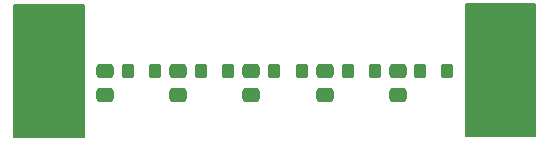
<source format=gbr>
%TF.GenerationSoftware,KiCad,Pcbnew,(6.0.10)*%
%TF.CreationDate,2023-05-07T22:18:59+03:00*%
%TF.ProjectId,Filter,46696c74-6572-42e6-9b69-6361645f7063,rev?*%
%TF.SameCoordinates,Original*%
%TF.FileFunction,Soldermask,Top*%
%TF.FilePolarity,Negative*%
%FSLAX46Y46*%
G04 Gerber Fmt 4.6, Leading zero omitted, Abs format (unit mm)*
G04 Created by KiCad (PCBNEW (6.0.10)) date 2023-05-07 22:18:59*
%MOMM*%
%LPD*%
G01*
G04 APERTURE LIST*
G04 Aperture macros list*
%AMRoundRect*
0 Rectangle with rounded corners*
0 $1 Rounding radius*
0 $2 $3 $4 $5 $6 $7 $8 $9 X,Y pos of 4 corners*
0 Add a 4 corners polygon primitive as box body*
4,1,4,$2,$3,$4,$5,$6,$7,$8,$9,$2,$3,0*
0 Add four circle primitives for the rounded corners*
1,1,$1+$1,$2,$3*
1,1,$1+$1,$4,$5*
1,1,$1+$1,$6,$7*
1,1,$1+$1,$8,$9*
0 Add four rect primitives between the rounded corners*
20,1,$1+$1,$2,$3,$4,$5,0*
20,1,$1+$1,$4,$5,$6,$7,0*
20,1,$1+$1,$6,$7,$8,$9,0*
20,1,$1+$1,$8,$9,$2,$3,0*%
G04 Aperture macros list end*
%ADD10C,0.150000*%
%ADD11R,5.080000X1.500000*%
%ADD12RoundRect,0.250000X-0.475000X0.337500X-0.475000X-0.337500X0.475000X-0.337500X0.475000X0.337500X0*%
%ADD13RoundRect,0.250000X-0.275000X-0.350000X0.275000X-0.350000X0.275000X0.350000X-0.275000X0.350000X0*%
G04 APERTURE END LIST*
D10*
X117750000Y-109750000D02*
X123650000Y-109750000D01*
X123650000Y-109750000D02*
X123650000Y-98600000D01*
X123650000Y-98600000D02*
X117750000Y-98600000D01*
X117750000Y-98600000D02*
X117750000Y-109750000D01*
G36*
X117750000Y-109750000D02*
G01*
X123650000Y-109750000D01*
X123650000Y-98600000D01*
X117750000Y-98600000D01*
X117750000Y-109750000D01*
G37*
X156000000Y-109700000D02*
X161900000Y-109700000D01*
X161900000Y-109700000D02*
X161900000Y-98550000D01*
X161900000Y-98550000D02*
X156000000Y-98550000D01*
X156000000Y-98550000D02*
X156000000Y-109700000D01*
G36*
X156000000Y-109700000D02*
G01*
X161900000Y-109700000D01*
X161900000Y-98550000D01*
X156000000Y-98550000D01*
X156000000Y-109700000D01*
G37*
D11*
%TO.C,J1*%
X120600000Y-104200000D03*
X120600000Y-108450000D03*
X120600000Y-99950000D03*
%TD*%
%TO.C,J2*%
X159050000Y-104150000D03*
X159050000Y-108400000D03*
X159050000Y-99900000D03*
%TD*%
D12*
%TO.C,C4*%
X144050000Y-104150000D03*
X144050000Y-106225000D03*
%TD*%
D13*
%TO.C,L1*%
X127400000Y-104150000D03*
X129700000Y-104150000D03*
%TD*%
%TO.C,L3*%
X139800000Y-104150000D03*
X142100000Y-104150000D03*
%TD*%
D12*
%TO.C,C1*%
X125450000Y-104150000D03*
X125450000Y-106225000D03*
%TD*%
%TO.C,C5*%
X150250000Y-104150000D03*
X150250000Y-106225000D03*
%TD*%
D13*
%TO.C,L4*%
X146050000Y-104150000D03*
X148350000Y-104150000D03*
%TD*%
%TO.C,L2*%
X133600000Y-104150000D03*
X135900000Y-104150000D03*
%TD*%
%TO.C,L5*%
X152150000Y-104150000D03*
X154450000Y-104150000D03*
%TD*%
D12*
%TO.C,C2*%
X131650000Y-104150000D03*
X131650000Y-106225000D03*
%TD*%
%TO.C,C3*%
X137850000Y-104150000D03*
X137850000Y-106225000D03*
%TD*%
M02*

</source>
